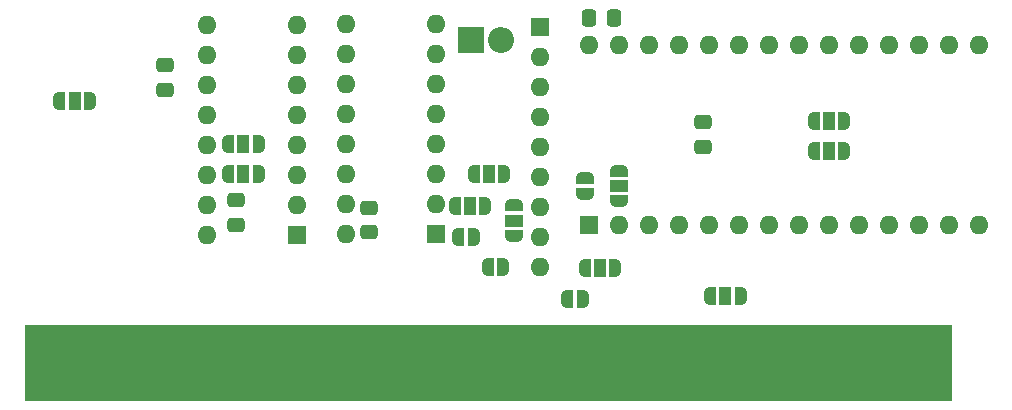
<source format=gbr>
%TF.GenerationSoftware,KiCad,Pcbnew,7.0.7*%
%TF.CreationDate,2023-09-07T16:09:02+01:00*%
%TF.ProjectId,FamiFlex,46616d69-466c-4657-982e-6b696361645f,rev?*%
%TF.SameCoordinates,Original*%
%TF.FileFunction,Soldermask,Bot*%
%TF.FilePolarity,Negative*%
%FSLAX46Y46*%
G04 Gerber Fmt 4.6, Leading zero omitted, Abs format (unit mm)*
G04 Created by KiCad (PCBNEW 7.0.7) date 2023-09-07 16:09:02*
%MOMM*%
%LPD*%
G01*
G04 APERTURE LIST*
G04 Aperture macros list*
%AMRoundRect*
0 Rectangle with rounded corners*
0 $1 Rounding radius*
0 $2 $3 $4 $5 $6 $7 $8 $9 X,Y pos of 4 corners*
0 Add a 4 corners polygon primitive as box body*
4,1,4,$2,$3,$4,$5,$6,$7,$8,$9,$2,$3,0*
0 Add four circle primitives for the rounded corners*
1,1,$1+$1,$2,$3*
1,1,$1+$1,$4,$5*
1,1,$1+$1,$6,$7*
1,1,$1+$1,$8,$9*
0 Add four rect primitives between the rounded corners*
20,1,$1+$1,$2,$3,$4,$5,0*
20,1,$1+$1,$4,$5,$6,$7,0*
20,1,$1+$1,$6,$7,$8,$9,0*
20,1,$1+$1,$8,$9,$2,$3,0*%
%AMFreePoly0*
4,1,19,0.500000,-0.750000,0.000000,-0.750000,0.000000,-0.744911,-0.071157,-0.744911,-0.207708,-0.704816,-0.327430,-0.627875,-0.420627,-0.520320,-0.479746,-0.390866,-0.500000,-0.250000,-0.500000,0.250000,-0.479746,0.390866,-0.420627,0.520320,-0.327430,0.627875,-0.207708,0.704816,-0.071157,0.744911,0.000000,0.744911,0.000000,0.750000,0.500000,0.750000,0.500000,-0.750000,0.500000,-0.750000,
$1*%
%AMFreePoly1*
4,1,19,0.000000,0.744911,0.071157,0.744911,0.207708,0.704816,0.327430,0.627875,0.420627,0.520320,0.479746,0.390866,0.500000,0.250000,0.500000,-0.250000,0.479746,-0.390866,0.420627,-0.520320,0.327430,-0.627875,0.207708,-0.704816,0.071157,-0.744911,0.000000,-0.744911,0.000000,-0.750000,-0.500000,-0.750000,-0.500000,0.750000,0.000000,0.750000,0.000000,0.744911,0.000000,0.744911,
$1*%
%AMFreePoly2*
4,1,19,0.550000,-0.750000,0.000000,-0.750000,0.000000,-0.744911,-0.071157,-0.744911,-0.207708,-0.704816,-0.327430,-0.627875,-0.420627,-0.520320,-0.479746,-0.390866,-0.500000,-0.250000,-0.500000,0.250000,-0.479746,0.390866,-0.420627,0.520320,-0.327430,0.627875,-0.207708,0.704816,-0.071157,0.744911,0.000000,0.744911,0.000000,0.750000,0.550000,0.750000,0.550000,-0.750000,0.550000,-0.750000,
$1*%
%AMFreePoly3*
4,1,19,0.000000,0.744911,0.071157,0.744911,0.207708,0.704816,0.327430,0.627875,0.420627,0.520320,0.479746,0.390866,0.500000,0.250000,0.500000,-0.250000,0.479746,-0.390866,0.420627,-0.520320,0.327430,-0.627875,0.207708,-0.704816,0.071157,-0.744911,0.000000,-0.744911,0.000000,-0.750000,-0.550000,-0.750000,-0.550000,0.750000,0.000000,0.750000,0.000000,0.744911,0.000000,0.744911,
$1*%
G04 Aperture macros list end*
%ADD10C,0.100000*%
%ADD11R,2.200000X2.200000*%
%ADD12O,2.200000X2.200000*%
%ADD13R,1.600000X1.600000*%
%ADD14O,1.600000X1.600000*%
%ADD15FreePoly0,0.000000*%
%ADD16FreePoly1,0.000000*%
%ADD17RoundRect,0.250000X0.475000X-0.337500X0.475000X0.337500X-0.475000X0.337500X-0.475000X-0.337500X0*%
%ADD18FreePoly2,180.000000*%
%ADD19R,1.000000X1.500000*%
%ADD20FreePoly3,180.000000*%
%ADD21RoundRect,0.250000X-0.337500X-0.475000X0.337500X-0.475000X0.337500X0.475000X-0.337500X0.475000X0*%
%ADD22FreePoly2,270.000000*%
%ADD23R,1.500000X1.000000*%
%ADD24FreePoly3,270.000000*%
%ADD25FreePoly2,0.000000*%
%ADD26FreePoly3,0.000000*%
%ADD27RoundRect,0.250000X-0.475000X0.337500X-0.475000X-0.337500X0.475000X-0.337500X0.475000X0.337500X0*%
%ADD28FreePoly0,90.000000*%
%ADD29FreePoly1,90.000000*%
G04 APERTURE END LIST*
D10*
%TO.C,H1*%
X35800000Y-85100000D02*
X114200000Y-85100000D01*
X114200000Y-85100000D02*
X114200000Y-91400000D01*
X114200000Y-91400000D02*
X35800000Y-91400000D01*
X35800000Y-91400000D02*
X35800000Y-85100000D01*
G36*
X35800000Y-85100000D02*
G01*
X114200000Y-85100000D01*
X114200000Y-91400000D01*
X35800000Y-91400000D01*
X35800000Y-85100000D01*
G37*
%TD*%
D11*
%TO.C,D1*%
X73550000Y-60950000D03*
D12*
X76090000Y-60950000D03*
%TD*%
D13*
%TO.C,U4*%
X70650000Y-77400000D03*
D14*
X70650000Y-74860000D03*
X70650000Y-72320000D03*
X70650000Y-69780000D03*
X70650000Y-67240000D03*
X70650000Y-64700000D03*
X70650000Y-62160000D03*
X70650000Y-59620000D03*
X63030000Y-59620000D03*
X63030000Y-62160000D03*
X63030000Y-64700000D03*
X63030000Y-67240000D03*
X63030000Y-69780000D03*
X63030000Y-72320000D03*
X63030000Y-74860000D03*
X63030000Y-77400000D03*
%TD*%
D13*
%TO.C,U5*%
X83570000Y-76640000D03*
D14*
X86110000Y-76640000D03*
X88650000Y-76640000D03*
X91190000Y-76640000D03*
X93730000Y-76640000D03*
X96270000Y-76640000D03*
X98810000Y-76640000D03*
X101350000Y-76640000D03*
X103890000Y-76640000D03*
X106430000Y-76640000D03*
X108970000Y-76640000D03*
X111510000Y-76640000D03*
X114050000Y-76640000D03*
X116590000Y-76640000D03*
X116590000Y-61400000D03*
X114050000Y-61400000D03*
X111510000Y-61400000D03*
X108970000Y-61400000D03*
X106430000Y-61400000D03*
X103890000Y-61400000D03*
X101350000Y-61400000D03*
X98810000Y-61400000D03*
X96270000Y-61400000D03*
X93730000Y-61400000D03*
X91190000Y-61400000D03*
X88650000Y-61400000D03*
X86110000Y-61400000D03*
X83570000Y-61400000D03*
%TD*%
D13*
%TO.C,RN1*%
X79450000Y-59850000D03*
D14*
X79450000Y-62390000D03*
X79450000Y-64930000D03*
X79450000Y-67470000D03*
X79450000Y-70010000D03*
X79450000Y-72550000D03*
X79450000Y-75090000D03*
X79450000Y-77630000D03*
X79450000Y-80170000D03*
%TD*%
D13*
%TO.C,U3*%
X58850000Y-77500000D03*
D14*
X58850000Y-74960000D03*
X58850000Y-72420000D03*
X58850000Y-69880000D03*
X58850000Y-67340000D03*
X58850000Y-64800000D03*
X58850000Y-62260000D03*
X58850000Y-59720000D03*
X51230000Y-59720000D03*
X51230000Y-62260000D03*
X51230000Y-64800000D03*
X51230000Y-67340000D03*
X51230000Y-69880000D03*
X51230000Y-72420000D03*
X51230000Y-74960000D03*
X51230000Y-77500000D03*
%TD*%
D15*
%TO.C,J53*%
X75000000Y-80162400D03*
D16*
X76300000Y-80162400D03*
%TD*%
D17*
%TO.C,C3*%
X64973200Y-77237500D03*
X64973200Y-75162500D03*
%TD*%
D18*
%TO.C,JP7*%
X105206800Y-70358000D03*
D19*
X103906800Y-70358000D03*
D20*
X102606800Y-70358000D03*
%TD*%
D17*
%TO.C,C2*%
X53695600Y-76606400D03*
X53695600Y-74531400D03*
%TD*%
D21*
%TO.C,C4*%
X83616800Y-59080400D03*
X85691800Y-59080400D03*
%TD*%
D18*
%TO.C,JP2*%
X41330400Y-66151500D03*
D19*
X40030400Y-66151500D03*
D20*
X38730400Y-66151500D03*
%TD*%
D15*
%TO.C,JP1*%
X81750000Y-82850000D03*
D16*
X83050000Y-82850000D03*
%TD*%
D18*
%TO.C,JP12*%
X74800000Y-75000000D03*
D19*
X73500000Y-75000000D03*
D20*
X72200000Y-75000000D03*
%TD*%
D18*
%TO.C,JP8*%
X55605200Y-72298300D03*
D19*
X54305200Y-72298300D03*
D20*
X53005200Y-72298300D03*
%TD*%
D22*
%TO.C,JP5*%
X86115900Y-72004400D03*
D23*
X86115900Y-73304400D03*
D24*
X86115900Y-74604400D03*
%TD*%
D25*
%TO.C,JP6*%
X73800000Y-72300000D03*
D19*
X75100000Y-72300000D03*
D26*
X76400000Y-72300000D03*
%TD*%
D27*
%TO.C,C1*%
X47650400Y-63072100D03*
X47650400Y-65147100D03*
%TD*%
D18*
%TO.C,JP10*%
X85800000Y-80250000D03*
D19*
X84500000Y-80250000D03*
D20*
X83200000Y-80250000D03*
%TD*%
D27*
%TO.C,C5*%
X93218000Y-67927400D03*
X93218000Y-70002400D03*
%TD*%
D28*
%TO.C,J1*%
X83250000Y-73954400D03*
D29*
X83250000Y-72654400D03*
%TD*%
D15*
%TO.C,J52*%
X72500000Y-77622400D03*
D16*
X73800000Y-77622400D03*
%TD*%
D25*
%TO.C,JP3*%
X53005200Y-69748400D03*
D19*
X54305200Y-69748400D03*
D26*
X55605200Y-69748400D03*
%TD*%
D22*
%TO.C,JP11*%
X77250000Y-74950000D03*
D23*
X77250000Y-76250000D03*
D24*
X77250000Y-77550000D03*
%TD*%
D18*
%TO.C,JP9*%
X105186000Y-67818000D03*
D19*
X103886000Y-67818000D03*
D20*
X102586000Y-67818000D03*
%TD*%
D18*
%TO.C,JP4*%
X96427600Y-82600800D03*
D19*
X95127600Y-82600800D03*
D20*
X93827600Y-82600800D03*
%TD*%
M02*

</source>
